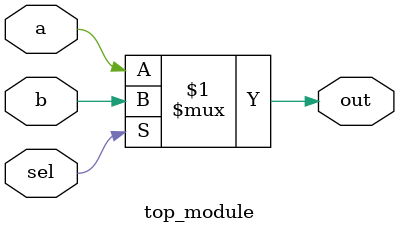
<source format=sv>
module top_module (
    input a,
    input b,
    input sel,
    output out
);
    assign out = (sel) ? b : a;
endmodule

</source>
